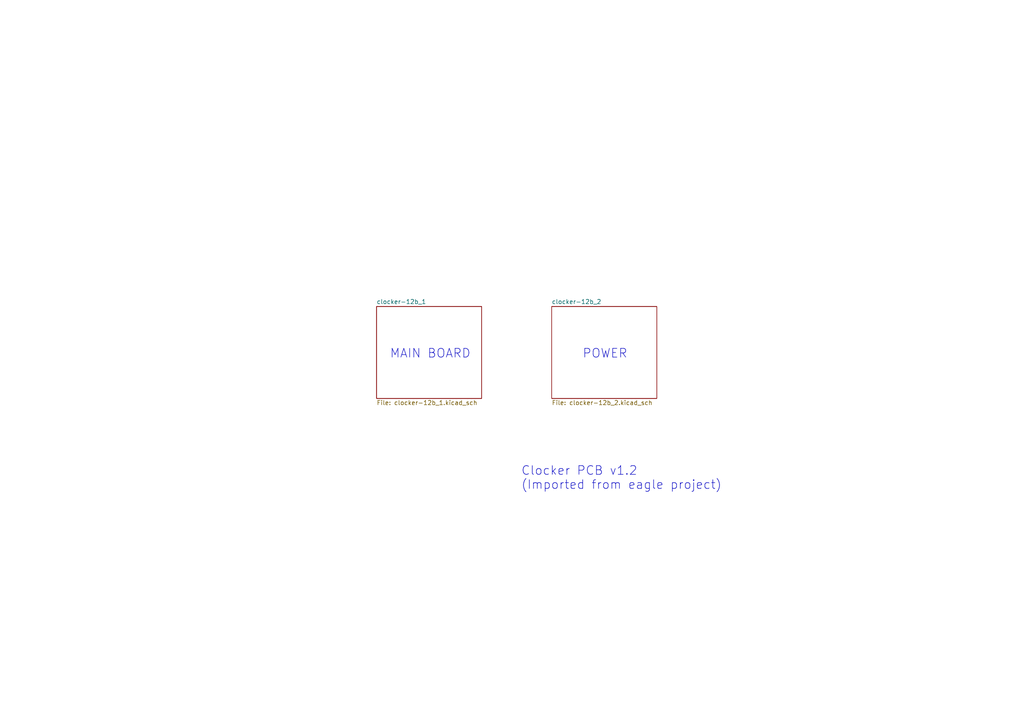
<source format=kicad_sch>
(kicad_sch (version 20210615) (generator eeschema)
  (paper "A4")
  (lib_symbols)
  (text "MAIN BOARD" (at 113.03 104.14 0) (effects (font (size 2.54 2.54)) (justify left bottom)))
  (text "Clocker PCB v1.2\n(Imported from eagle project)" (at 151.13 142.24 0) (effects (font (size 2.54 2.54)) (justify left bottom)))
  (text "POWER" (at 168.91 104.14 0) (effects (font (size 2.54 2.54)) (justify left bottom)))
  (sheet (at 109.22 88.9) (size 30.48 26.67)
    (property "Sheet name" "clocker-12b_1" (at 109.22 88.2645 0) (effects (justify left bottom)))
    (property "Sheet file" "clocker-12b_1.kicad_sch" (at 109.22 116.0785 0) (effects (justify left top)))
  )
  (sheet (at 160.02 88.9) (size 30.48 26.67)
    (property "Sheet name" "clocker-12b_2" (at 160.02 88.2645 0) (effects (justify left bottom)))
    (property "Sheet file" "clocker-12b_2.kicad_sch" (at 160.02 116.0785 0) (effects (justify left top)))
  )
)
</source>
